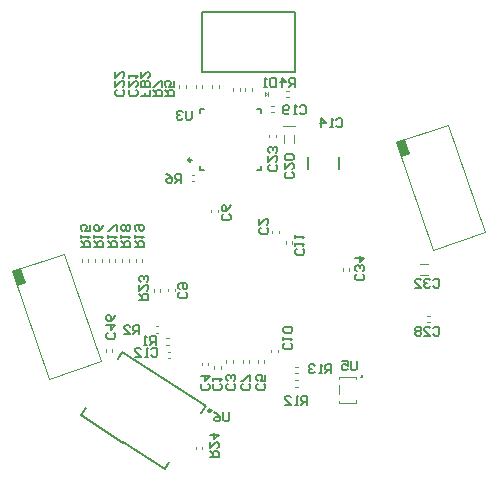
<source format=gbo>
%FSLAX24Y24*%
%MOIN*%
G70*
G01*
G75*
G04 Layer_Color=32896*
%ADD10C,0.0080*%
%ADD11R,0.0650X0.1122*%
%ADD12R,0.0354X0.0118*%
G04:AMPARAMS|DCode=13|XSize=29.9mil|YSize=50mil|CornerRadius=0mil|HoleSize=0mil|Usage=FLASHONLY|Rotation=327.000|XOffset=0mil|YOffset=0mil|HoleType=Round|Shape=Rectangle|*
%AMROTATEDRECTD13*
4,1,4,-0.0262,-0.0128,0.0011,0.0291,0.0262,0.0128,-0.0011,-0.0291,-0.0262,-0.0128,0.0*
%
%ADD13ROTATEDRECTD13*%

%ADD14R,0.2598X0.2598*%
%ADD15O,0.0354X0.0098*%
%ADD16O,0.0098X0.0354*%
%ADD17O,0.0098X0.0335*%
%ADD18O,0.0335X0.0098*%
%ADD19R,0.1417X0.1417*%
G04:AMPARAMS|DCode=20|XSize=50mil|YSize=100mil|CornerRadius=0mil|HoleSize=0mil|Usage=FLASHONLY|Rotation=56.000|XOffset=0mil|YOffset=0mil|HoleType=Round|Shape=Rectangle|*
%AMROTATEDRECTD20*
4,1,4,0.0275,-0.0487,-0.0554,0.0072,-0.0275,0.0487,0.0554,-0.0072,0.0275,-0.0487,0.0*
%
%ADD20ROTATEDRECTD20*%

%ADD21R,0.0276X0.0079*%
%ADD22R,0.0157X0.0236*%
%ADD23R,0.0591X0.1024*%
%ADD24R,0.0236X0.0157*%
%ADD25R,0.0138X0.0217*%
%ADD26R,0.0335X0.0118*%
%ADD27R,0.0197X0.0315*%
%ADD28R,0.0551X0.0453*%
%ADD29R,0.0197X0.0354*%
%ADD30R,0.0394X0.0197*%
%ADD31R,0.0374X0.0335*%
%ADD32R,0.2126X0.0374*%
%ADD33R,0.1378X0.0768*%
%ADD34R,0.0984X0.1260*%
G04:AMPARAMS|DCode=35|XSize=28.7mil|YSize=135mil|CornerRadius=0mil|HoleSize=0mil|Usage=FLASHONLY|Rotation=108.600|XOffset=0mil|YOffset=0mil|HoleType=Round|Shape=Rectangle|*
%AMROTATEDRECTD35*
4,1,4,0.0686,0.0079,-0.0594,-0.0352,-0.0686,-0.0079,0.0594,0.0352,0.0686,0.0079,0.0*
%
%ADD35ROTATEDRECTD35*%

%ADD36C,0.0130*%
%ADD37C,0.0060*%
%ADD38C,0.0200*%
%ADD39C,0.0100*%
%ADD40C,0.0300*%
%ADD41C,0.0123*%
%ADD42C,0.0630*%
%ADD43R,0.0591X0.0591*%
%ADD44C,0.0591*%
%ADD45C,0.0217*%
%ADD46C,0.0315*%
%ADD47C,0.0200*%
%ADD48C,0.0400*%
%ADD49C,0.0300*%
%ADD50C,0.0220*%
%ADD51R,0.0354X0.0157*%
%ADD52O,0.0315X0.0098*%
%ADD53O,0.0098X0.0315*%
%ADD54R,0.1299X0.1299*%
G04:AMPARAMS|DCode=55|XSize=189mil|YSize=236.2mil|CornerRadius=0mil|HoleSize=0mil|Usage=FLASHONLY|Rotation=237.000|XOffset=0mil|YOffset=0mil|HoleType=Round|Shape=Rectangle|*
%AMROTATEDRECTD55*
4,1,4,-0.0476,0.1436,0.1505,0.0149,0.0476,-0.1436,-0.1505,-0.0149,-0.0476,0.1436,0.0*
%
%ADD55ROTATEDRECTD55*%

G04:AMPARAMS|DCode=56|XSize=15.7mil|YSize=31.5mil|CornerRadius=0mil|HoleSize=0mil|Usage=FLASHONLY|Rotation=237.000|XOffset=0mil|YOffset=0mil|HoleType=Round|Shape=Round|*
%AMOVALD56*
21,1,0.0157,0.0157,0.0000,0.0000,327.0*
1,1,0.0157,-0.0066,0.0043*
1,1,0.0157,0.0066,-0.0043*
%
%ADD56OVALD56*%

%ADD57R,0.1102X0.0492*%
%ADD58R,0.0157X0.0532*%
%ADD59R,0.0748X0.0630*%
%ADD60R,0.0630X0.0551*%
%ADD61R,0.0354X0.0197*%
%ADD62C,0.0150*%
%ADD63C,0.0098*%
%ADD64C,0.0039*%
%ADD65C,0.0079*%
%ADD66C,0.0050*%
%ADD67R,0.0433X0.0551*%
G04:AMPARAMS|DCode=68|XSize=54mil|YSize=31.5mil|CornerRadius=0mil|HoleSize=0mil|Usage=FLASHONLY|Rotation=108.600|XOffset=0mil|YOffset=0mil|HoleType=Round|Shape=Rectangle|*
%AMROTATEDRECTD68*
4,1,4,0.0236,-0.0205,-0.0063,-0.0306,-0.0236,0.0205,0.0063,0.0306,0.0236,-0.0205,0.0*
%
%ADD68ROTATEDRECTD68*%

%ADD69R,0.0710X0.1182*%
%ADD70R,0.0414X0.0178*%
G04:AMPARAMS|DCode=71|XSize=35.9mil|YSize=56mil|CornerRadius=0mil|HoleSize=0mil|Usage=FLASHONLY|Rotation=327.000|XOffset=0mil|YOffset=0mil|HoleType=Round|Shape=Rectangle|*
%AMROTATEDRECTD71*
4,1,4,-0.0303,-0.0137,0.0002,0.0333,0.0303,0.0137,-0.0002,-0.0333,-0.0303,-0.0137,0.0*
%
%ADD71ROTATEDRECTD71*%

%ADD72R,0.2658X0.2658*%
%ADD73O,0.0414X0.0158*%
%ADD74O,0.0158X0.0414*%
%ADD75O,0.0158X0.0395*%
%ADD76O,0.0395X0.0158*%
%ADD77R,0.1477X0.1477*%
G04:AMPARAMS|DCode=78|XSize=56mil|YSize=106mil|CornerRadius=0mil|HoleSize=0mil|Usage=FLASHONLY|Rotation=56.000|XOffset=0mil|YOffset=0mil|HoleType=Round|Shape=Rectangle|*
%AMROTATEDRECTD78*
4,1,4,0.0283,-0.0529,-0.0596,0.0064,-0.0283,0.0529,0.0596,-0.0064,0.0283,-0.0529,0.0*
%
%ADD78ROTATEDRECTD78*%

%ADD79R,0.0336X0.0139*%
%ADD80R,0.0217X0.0296*%
%ADD81R,0.0651X0.1084*%
%ADD82R,0.0296X0.0217*%
%ADD83R,0.0198X0.0277*%
%ADD84R,0.0395X0.0178*%
%ADD85R,0.0257X0.0375*%
%ADD86R,0.0611X0.0513*%
%ADD87R,0.0257X0.0414*%
%ADD88R,0.0454X0.0257*%
%ADD89R,0.0434X0.0395*%
%ADD90R,0.2186X0.0434*%
%ADD91R,0.1438X0.0828*%
%ADD92R,0.1044X0.1320*%
G04:AMPARAMS|DCode=93|XSize=34.7mil|YSize=141mil|CornerRadius=0mil|HoleSize=0mil|Usage=FLASHONLY|Rotation=108.600|XOffset=0mil|YOffset=0mil|HoleType=Round|Shape=Rectangle|*
%AMROTATEDRECTD93*
4,1,4,0.0724,0.0060,-0.0613,-0.0390,-0.0724,-0.0060,0.0613,0.0390,0.0724,0.0060,0.0*
%
%ADD93ROTATEDRECTD93*%

%ADD94C,0.0690*%
%ADD95R,0.0651X0.0651*%
%ADD96C,0.0651*%
%ADD97C,0.0297*%
%ADD98C,0.0160*%
%ADD99O,0.0375X0.0158*%
%ADD100O,0.0158X0.0375*%
%ADD101R,0.1359X0.1359*%
G04:AMPARAMS|DCode=102|XSize=195mil|YSize=242.2mil|CornerRadius=0mil|HoleSize=0mil|Usage=FLASHONLY|Rotation=237.000|XOffset=0mil|YOffset=0mil|HoleType=Round|Shape=Rectangle|*
%AMROTATEDRECTD102*
4,1,4,-0.0485,0.1477,0.1547,0.0158,0.0485,-0.1477,-0.1547,-0.0158,-0.0485,0.1477,0.0*
%
%ADD102ROTATEDRECTD102*%

G04:AMPARAMS|DCode=103|XSize=21.7mil|YSize=37.5mil|CornerRadius=0mil|HoleSize=0mil|Usage=FLASHONLY|Rotation=237.000|XOffset=0mil|YOffset=0mil|HoleType=Round|Shape=Round|*
%AMOVALD103*
21,1,0.0157,0.0217,0.0000,0.0000,327.0*
1,1,0.0217,-0.0066,0.0043*
1,1,0.0217,0.0066,-0.0043*
%
%ADD103OVALD103*%

%ADD104R,0.1162X0.0552*%
%ADD105R,0.0236X0.0610*%
%ADD106R,0.0827X0.0709*%
%ADD107R,0.0709X0.0630*%
%ADD108R,0.0414X0.0257*%
%ADD109C,0.0395*%
D39*
X3785Y-4157D02*
G03*
X3785Y-4157I-22J0D01*
G01*
D63*
X-1909Y3051D02*
G03*
X-1909Y3051I-49J0D01*
G01*
X-1245Y-5301D02*
G03*
X-1245Y-5301I-49J0D01*
G01*
D64*
X3576Y-5033D02*
Y-4954D01*
X3024Y-5033D02*
X3576D01*
X3024D02*
Y-4964D01*
X3576Y-4246D02*
Y-4167D01*
X3024D02*
X3576D01*
X3024Y-4236D02*
Y-4167D01*
Y-4748D02*
Y-4452D01*
X5961Y-2358D02*
X6039D01*
X5961Y-2142D02*
X6039D01*
X760Y-3357D02*
Y-3278D01*
X977Y-3357D02*
Y-3278D01*
X310Y-3707D02*
Y-3628D01*
X527Y-3707D02*
Y-3628D01*
X-190Y-3707D02*
Y-3628D01*
X27Y-3707D02*
Y-3628D01*
X-740Y-3707D02*
Y-3628D01*
X-523Y-3707D02*
Y-3628D01*
X-1140Y-3907D02*
Y-3828D01*
X-923Y-3907D02*
Y-3828D01*
X-1558Y-3789D02*
Y-3711D01*
X-1342Y-3789D02*
Y-3711D01*
X-2689Y-3558D02*
X-2611D01*
X-2689Y-3342D02*
X-2611D01*
X-2739Y-2892D02*
X-2661D01*
X-2739Y-3108D02*
X-2661D01*
X-3089Y-2492D02*
X-3011D01*
X-3089Y-2708D02*
X-3011D01*
X-3158Y-1339D02*
Y-1261D01*
X-2942Y-1339D02*
Y-1261D01*
X-2452Y-1319D02*
Y-1241D01*
X-2668Y-1319D02*
Y-1241D01*
X-3758Y-339D02*
Y-261D01*
X-3542Y-339D02*
Y-261D01*
X-4208Y-339D02*
Y-261D01*
X-3992Y-339D02*
Y-261D01*
X-4658Y-339D02*
Y-261D01*
X-4442Y-339D02*
Y-261D01*
X-5108Y-339D02*
Y-261D01*
X-4892Y-339D02*
Y-261D01*
X-5558Y-339D02*
Y-261D01*
X-5342Y-339D02*
Y-261D01*
X-1022Y1311D02*
Y1389D01*
X-1238Y1311D02*
Y1389D01*
X1561Y-4508D02*
X1639D01*
X1561Y-4292D02*
X1639D01*
X1561Y-4058D02*
X1639D01*
X1561Y-3842D02*
X1639D01*
X-1889Y2558D02*
X-1811D01*
X-1889Y2342D02*
X-1811D01*
X1150Y4200D02*
X1550D01*
X1183Y3612D02*
Y3888D01*
X1527Y3612D02*
Y3888D01*
X692Y3811D02*
Y3889D01*
X908Y3811D02*
Y3889D01*
X761Y4642D02*
X839D01*
X761Y4858D02*
X839D01*
X1261Y5142D02*
X1339D01*
X1261Y5358D02*
X1339D01*
X649Y5181D02*
Y5319D01*
X551Y5181D02*
X620Y5250D01*
X551Y5319D02*
X620Y5250D01*
X551Y5181D02*
Y5319D01*
X-2092Y5461D02*
Y5539D01*
X-2308Y5461D02*
Y5539D01*
X-1542Y5461D02*
Y5539D01*
X-1758Y5461D02*
Y5539D01*
X-1208Y5461D02*
Y5539D01*
X-992Y5461D02*
Y5539D01*
X108Y5361D02*
Y5439D01*
X-108Y5361D02*
Y5439D01*
X-292Y5361D02*
Y5439D01*
X-508Y5361D02*
Y5439D01*
X3358Y-639D02*
Y-561D01*
X3142Y-639D02*
Y-561D01*
X5712Y-767D02*
X5988D01*
X5712Y-423D02*
X5988D01*
X-4542Y-3339D02*
Y-3261D01*
X-4758Y-3339D02*
Y-3261D01*
X-1542Y-6589D02*
Y-6511D01*
X-1758Y-6589D02*
Y-6511D01*
X1458Y261D02*
Y339D01*
X1242Y261D02*
Y339D01*
X1008Y611D02*
Y689D01*
X792Y611D02*
Y689D01*
X4930Y3649D02*
X6135Y67D01*
X7870Y651D01*
X6665Y4233D02*
X7870Y651D01*
X4930Y3649D02*
X6665Y4233D01*
X-7870Y-651D02*
X-6135Y-67D01*
X-4930Y-3649D01*
X-6665Y-4233D02*
X-4930Y-3649D01*
X-7870Y-651D02*
X-6665Y-4233D01*
D65*
X296Y2716D02*
X424D01*
Y2844D01*
X296Y4764D02*
X424D01*
Y4636D02*
Y4764D01*
X-1624D02*
X-1496D01*
X-1624Y4636D02*
Y4764D01*
Y2716D02*
X-1496D01*
X-1624D02*
Y2844D01*
X-1576Y-5373D02*
X-1427Y-5144D01*
X-2825Y-4236D02*
X-1427Y-5144D01*
X-2799Y-7257D02*
X-2650Y-7028D01*
X-4198Y-6349D02*
X-2799Y-7257D01*
X-5573Y-5456D02*
X-4175Y-6364D01*
X-5573Y-5456D02*
X-5424Y-5227D01*
X-4350Y-3572D02*
X-4201Y-3343D01*
X-2802Y-4251D01*
X3022Y2753D02*
Y3147D01*
X1998Y2753D02*
Y3147D01*
D66*
X-1555Y5993D02*
X-1545Y5983D01*
X1555D01*
X-1555Y5993D02*
Y7971D01*
X1555Y5983D02*
Y7971D01*
X-1555D02*
X1555D01*
X-950Y-4400D02*
X-900Y-4450D01*
Y-4550D01*
X-950Y-4600D01*
X-1150D01*
X-1200Y-4550D01*
Y-4450D01*
X-1150Y-4400D01*
X-1200Y-4300D02*
Y-4200D01*
Y-4250D01*
X-900D01*
X-950Y-4300D01*
X600Y800D02*
X650Y750D01*
Y650D01*
X600Y600D01*
X400D01*
X350Y650D01*
Y750D01*
X400Y800D01*
X350Y1100D02*
Y900D01*
X550Y1100D01*
X600D01*
X650Y1050D01*
Y950D01*
X600Y900D01*
X-500Y-4400D02*
X-450Y-4450D01*
Y-4550D01*
X-500Y-4600D01*
X-700D01*
X-750Y-4550D01*
Y-4450D01*
X-700Y-4400D01*
X-500Y-4300D02*
X-450Y-4250D01*
Y-4150D01*
X-500Y-4100D01*
X-550D01*
X-600Y-4150D01*
Y-4200D01*
Y-4150D01*
X-650Y-4100D01*
X-700D01*
X-750Y-4150D01*
Y-4250D01*
X-700Y-4300D01*
X-1350Y-4400D02*
X-1300Y-4450D01*
Y-4550D01*
X-1350Y-4600D01*
X-1550D01*
X-1600Y-4550D01*
Y-4450D01*
X-1550Y-4400D01*
X-1600Y-4150D02*
X-1300D01*
X-1450Y-4300D01*
Y-4100D01*
X500Y-4400D02*
X550Y-4450D01*
Y-4550D01*
X500Y-4600D01*
X300D01*
X250Y-4550D01*
Y-4450D01*
X300Y-4400D01*
X550Y-4100D02*
Y-4300D01*
X400D01*
X450Y-4200D01*
Y-4150D01*
X400Y-4100D01*
X300D01*
X250Y-4150D01*
Y-4250D01*
X300Y-4300D01*
X-650Y1250D02*
X-600Y1200D01*
Y1100D01*
X-650Y1050D01*
X-850D01*
X-900Y1100D01*
Y1200D01*
X-850Y1250D01*
X-600Y1550D02*
X-650Y1450D01*
X-750Y1350D01*
X-850D01*
X-900Y1400D01*
Y1500D01*
X-850Y1550D01*
X-800D01*
X-750Y1500D01*
Y1350D01*
X-0Y-4400D02*
X50Y-4450D01*
Y-4550D01*
X-0Y-4600D01*
X-200D01*
X-250Y-4550D01*
Y-4450D01*
X-200Y-4400D01*
X50Y-4300D02*
Y-4100D01*
X-0D01*
X-200Y-4300D01*
X-250D01*
X-2100Y-1350D02*
X-2050Y-1400D01*
Y-1500D01*
X-2100Y-1550D01*
X-2300D01*
X-2350Y-1500D01*
Y-1400D01*
X-2300Y-1350D01*
Y-1250D02*
X-2350Y-1200D01*
Y-1100D01*
X-2300Y-1050D01*
X-2100D01*
X-2050Y-1100D01*
Y-1200D01*
X-2100Y-1250D01*
X-2150D01*
X-2200Y-1200D01*
Y-1050D01*
X1400Y-3050D02*
X1450Y-3100D01*
Y-3200D01*
X1400Y-3250D01*
X1200D01*
X1150Y-3200D01*
Y-3100D01*
X1200Y-3050D01*
X1150Y-2950D02*
Y-2850D01*
Y-2900D01*
X1450D01*
X1400Y-2950D01*
Y-2700D02*
X1450Y-2650D01*
Y-2550D01*
X1400Y-2500D01*
X1200D01*
X1150Y-2550D01*
Y-2650D01*
X1200Y-2700D01*
X1400D01*
X1800Y100D02*
X1850Y50D01*
Y-50D01*
X1800Y-100D01*
X1600D01*
X1550Y-50D01*
Y50D01*
X1600Y100D01*
X1550Y200D02*
Y300D01*
Y250D01*
X1850D01*
X1800Y200D01*
X1550Y450D02*
Y550D01*
Y500D01*
X1850D01*
X1800Y450D01*
X-3250Y-3250D02*
X-3200Y-3200D01*
X-3100D01*
X-3050Y-3250D01*
Y-3450D01*
X-3100Y-3500D01*
X-3200D01*
X-3250Y-3450D01*
X-3350Y-3500D02*
X-3450D01*
X-3400D01*
Y-3200D01*
X-3350Y-3250D01*
X-3800Y-3500D02*
X-3600D01*
X-3800Y-3300D01*
Y-3250D01*
X-3750Y-3200D01*
X-3650D01*
X-3600Y-3250D01*
X2920Y4400D02*
X2970Y4450D01*
X3070D01*
X3120Y4400D01*
Y4200D01*
X3070Y4150D01*
X2970D01*
X2920Y4200D01*
X2820Y4150D02*
X2720D01*
X2770D01*
Y4450D01*
X2820Y4400D01*
X2420Y4150D02*
Y4450D01*
X2570Y4300D01*
X2370D01*
X1702Y4828D02*
X1752Y4878D01*
X1852D01*
X1902Y4828D01*
Y4628D01*
X1852Y4578D01*
X1752D01*
X1702Y4628D01*
X1602Y4578D02*
X1502D01*
X1552D01*
Y4878D01*
X1602Y4828D01*
X1352Y4628D02*
X1302Y4578D01*
X1202D01*
X1152Y4628D01*
Y4828D01*
X1202Y4878D01*
X1302D01*
X1352Y4828D01*
Y4778D01*
X1302Y4728D01*
X1152D01*
X1450Y2650D02*
X1500Y2600D01*
Y2500D01*
X1450Y2450D01*
X1250D01*
X1200Y2500D01*
Y2600D01*
X1250Y2650D01*
X1200Y2950D02*
Y2750D01*
X1400Y2950D01*
X1450D01*
X1500Y2900D01*
Y2800D01*
X1450Y2750D01*
Y3050D02*
X1500Y3100D01*
Y3200D01*
X1450Y3250D01*
X1250D01*
X1200Y3200D01*
Y3100D01*
X1250Y3050D01*
X1450D01*
X-3750Y5400D02*
X-3700Y5350D01*
Y5250D01*
X-3750Y5200D01*
X-3950D01*
X-4000Y5250D01*
Y5350D01*
X-3950Y5400D01*
X-4000Y5700D02*
Y5500D01*
X-3800Y5700D01*
X-3750D01*
X-3700Y5650D01*
Y5550D01*
X-3750Y5500D01*
X-4000Y5800D02*
Y5900D01*
Y5850D01*
X-3700D01*
X-3750Y5800D01*
X-4200Y5400D02*
X-4150Y5350D01*
Y5250D01*
X-4200Y5200D01*
X-4400D01*
X-4450Y5250D01*
Y5350D01*
X-4400Y5400D01*
X-4450Y5700D02*
Y5500D01*
X-4250Y5700D01*
X-4200D01*
X-4150Y5650D01*
Y5550D01*
X-4200Y5500D01*
X-4450Y6000D02*
Y5800D01*
X-4250Y6000D01*
X-4200D01*
X-4150Y5950D01*
Y5850D01*
X-4200Y5800D01*
X900Y2900D02*
X950Y2850D01*
Y2750D01*
X900Y2700D01*
X700D01*
X650Y2750D01*
Y2850D01*
X700Y2900D01*
X650Y3200D02*
Y3000D01*
X850Y3200D01*
X900D01*
X950Y3150D01*
Y3050D01*
X900Y3000D01*
Y3300D02*
X950Y3350D01*
Y3450D01*
X900Y3500D01*
X850D01*
X800Y3450D01*
Y3400D01*
Y3450D01*
X750Y3500D01*
X700D01*
X650Y3450D01*
Y3350D01*
X700Y3300D01*
X6150Y-2550D02*
X6200Y-2500D01*
X6300D01*
X6350Y-2550D01*
Y-2750D01*
X6300Y-2800D01*
X6200D01*
X6150Y-2750D01*
X5850Y-2800D02*
X6050D01*
X5850Y-2600D01*
Y-2550D01*
X5900Y-2500D01*
X6000D01*
X6050Y-2550D01*
X5750D02*
X5700Y-2500D01*
X5600D01*
X5550Y-2550D01*
Y-2600D01*
X5600Y-2650D01*
X5550Y-2700D01*
Y-2750D01*
X5600Y-2800D01*
X5700D01*
X5750Y-2750D01*
Y-2700D01*
X5700Y-2650D01*
X5750Y-2600D01*
Y-2550D01*
X5700Y-2650D02*
X5600D01*
X6150Y-950D02*
X6200Y-900D01*
X6300D01*
X6350Y-950D01*
Y-1150D01*
X6300Y-1200D01*
X6200D01*
X6150Y-1150D01*
X6050Y-950D02*
X6000Y-900D01*
X5900D01*
X5850Y-950D01*
Y-1000D01*
X5900Y-1050D01*
X5950D01*
X5900D01*
X5850Y-1100D01*
Y-1150D01*
X5900Y-1200D01*
X6000D01*
X6050Y-1150D01*
X5550Y-1200D02*
X5750D01*
X5550Y-1000D01*
Y-950D01*
X5600Y-900D01*
X5700D01*
X5750Y-950D01*
X3800Y-750D02*
X3850Y-800D01*
Y-900D01*
X3800Y-950D01*
X3600D01*
X3550Y-900D01*
Y-800D01*
X3600Y-750D01*
X3800Y-650D02*
X3850Y-600D01*
Y-500D01*
X3800Y-450D01*
X3750D01*
X3700Y-500D01*
Y-550D01*
Y-500D01*
X3650Y-450D01*
X3600D01*
X3550Y-500D01*
Y-600D01*
X3600Y-650D01*
X3550Y-200D02*
X3850D01*
X3700Y-350D01*
Y-150D01*
X-4500Y-2700D02*
X-4450Y-2750D01*
Y-2850D01*
X-4500Y-2900D01*
X-4700D01*
X-4750Y-2850D01*
Y-2750D01*
X-4700Y-2700D01*
X-4750Y-2450D02*
X-4450D01*
X-4600Y-2600D01*
Y-2400D01*
X-4450Y-2100D02*
X-4500Y-2200D01*
X-4600Y-2300D01*
X-4700D01*
X-4750Y-2250D01*
Y-2150D01*
X-4700Y-2100D01*
X-4650D01*
X-4600Y-2150D01*
Y-2300D01*
X900Y5800D02*
Y5500D01*
X750D01*
X700Y5550D01*
Y5750D01*
X750Y5800D01*
X900D01*
X600Y5500D02*
X500D01*
X550D01*
Y5800D01*
X600Y5750D01*
X-3300Y5400D02*
Y5200D01*
X-3450D01*
Y5300D01*
Y5200D01*
X-3600D01*
X-3300Y5500D02*
X-3600D01*
Y5650D01*
X-3550Y5700D01*
X-3500D01*
X-3450Y5650D01*
Y5500D01*
Y5650D01*
X-3400Y5700D01*
X-3350D01*
X-3300Y5650D01*
Y5500D01*
X-3600Y6000D02*
Y5800D01*
X-3400Y6000D01*
X-3350D01*
X-3300Y5950D01*
Y5850D01*
X-3350Y5800D01*
X-3100Y-3100D02*
Y-2800D01*
X-3250D01*
X-3300Y-2850D01*
Y-2950D01*
X-3250Y-3000D01*
X-3100D01*
X-3200D02*
X-3300Y-3100D01*
X-3400D02*
X-3500D01*
X-3450D01*
Y-2800D01*
X-3400Y-2850D01*
X-3650Y-2750D02*
Y-2450D01*
X-3800D01*
X-3850Y-2500D01*
Y-2600D01*
X-3800Y-2650D01*
X-3650D01*
X-3750D02*
X-3850Y-2750D01*
X-4150D02*
X-3950D01*
X-4150Y-2550D01*
Y-2500D01*
X-4100Y-2450D01*
X-4000D01*
X-3950Y-2500D01*
X1550Y5500D02*
Y5800D01*
X1400D01*
X1350Y5750D01*
Y5650D01*
X1400Y5600D01*
X1550D01*
X1450D02*
X1350Y5500D01*
X1100D02*
Y5800D01*
X1250Y5650D01*
X1050D01*
X-2800Y5200D02*
X-2500D01*
Y5350D01*
X-2550Y5400D01*
X-2650D01*
X-2700Y5350D01*
Y5200D01*
Y5300D02*
X-2800Y5400D01*
X-2500Y5700D02*
Y5500D01*
X-2650D01*
X-2600Y5600D01*
Y5650D01*
X-2650Y5700D01*
X-2750D01*
X-2800Y5650D01*
Y5550D01*
X-2750Y5500D01*
X-2250Y2300D02*
Y2600D01*
X-2400D01*
X-2450Y2550D01*
Y2450D01*
X-2400Y2400D01*
X-2250D01*
X-2350D02*
X-2450Y2300D01*
X-2750Y2600D02*
X-2650Y2550D01*
X-2550Y2450D01*
Y2350D01*
X-2600Y2300D01*
X-2700D01*
X-2750Y2350D01*
Y2400D01*
X-2700Y2450D01*
X-2550D01*
X-3200Y5200D02*
X-2900D01*
Y5350D01*
X-2950Y5400D01*
X-3050D01*
X-3100Y5350D01*
Y5200D01*
Y5300D02*
X-3200Y5400D01*
X-2900Y5500D02*
Y5700D01*
X-2950D01*
X-3150Y5500D01*
X-3200D01*
X1950Y-5100D02*
Y-4800D01*
X1800D01*
X1750Y-4850D01*
Y-4950D01*
X1800Y-5000D01*
X1950D01*
X1850D02*
X1750Y-5100D01*
X1650D02*
X1550D01*
X1600D01*
Y-4800D01*
X1650Y-4850D01*
X1200Y-5100D02*
X1400D01*
X1200Y-4900D01*
Y-4850D01*
X1250Y-4800D01*
X1350D01*
X1400Y-4850D01*
X2750Y-4050D02*
Y-3750D01*
X2600D01*
X2550Y-3800D01*
Y-3900D01*
X2600Y-3950D01*
X2750D01*
X2650D02*
X2550Y-4050D01*
X2450D02*
X2350D01*
X2400D01*
Y-3750D01*
X2450Y-3800D01*
X2200D02*
X2150Y-3750D01*
X2050D01*
X2000Y-3800D01*
Y-3850D01*
X2050Y-3900D01*
X2100D01*
X2050D01*
X2000Y-3950D01*
Y-4000D01*
X2050Y-4050D01*
X2150D01*
X2200Y-4000D01*
X-5600Y150D02*
X-5300D01*
Y300D01*
X-5350Y350D01*
X-5450D01*
X-5500Y300D01*
Y150D01*
Y250D02*
X-5600Y350D01*
Y450D02*
Y550D01*
Y500D01*
X-5300D01*
X-5350Y450D01*
X-5300Y900D02*
Y700D01*
X-5450D01*
X-5400Y800D01*
Y850D01*
X-5450Y900D01*
X-5550D01*
X-5600Y850D01*
Y750D01*
X-5550Y700D01*
X-5150Y150D02*
X-4850D01*
Y300D01*
X-4900Y350D01*
X-5000D01*
X-5050Y300D01*
Y150D01*
Y250D02*
X-5150Y350D01*
Y450D02*
Y550D01*
Y500D01*
X-4850D01*
X-4900Y450D01*
X-4850Y900D02*
X-4900Y800D01*
X-5000Y700D01*
X-5100D01*
X-5150Y750D01*
Y850D01*
X-5100Y900D01*
X-5050D01*
X-5000Y850D01*
Y700D01*
X-4700Y150D02*
X-4400D01*
Y300D01*
X-4450Y350D01*
X-4550D01*
X-4600Y300D01*
Y150D01*
Y250D02*
X-4700Y350D01*
Y450D02*
Y550D01*
Y500D01*
X-4400D01*
X-4450Y450D01*
X-4400Y700D02*
Y900D01*
X-4450D01*
X-4650Y700D01*
X-4700D01*
X-4250Y150D02*
X-3950D01*
Y300D01*
X-4000Y350D01*
X-4100D01*
X-4150Y300D01*
Y150D01*
Y250D02*
X-4250Y350D01*
Y450D02*
Y550D01*
Y500D01*
X-3950D01*
X-4000Y450D01*
Y700D02*
X-3950Y750D01*
Y850D01*
X-4000Y900D01*
X-4050D01*
X-4100Y850D01*
X-4150Y900D01*
X-4200D01*
X-4250Y850D01*
Y750D01*
X-4200Y700D01*
X-4150D01*
X-4100Y750D01*
X-4050Y700D01*
X-4000D01*
X-4100Y750D02*
Y850D01*
X-3800Y150D02*
X-3500D01*
Y300D01*
X-3550Y350D01*
X-3650D01*
X-3700Y300D01*
Y150D01*
Y250D02*
X-3800Y350D01*
Y450D02*
Y550D01*
Y500D01*
X-3500D01*
X-3550Y450D01*
X-3750Y700D02*
X-3800Y750D01*
Y850D01*
X-3750Y900D01*
X-3550D01*
X-3500Y850D01*
Y750D01*
X-3550Y700D01*
X-3600D01*
X-3650Y750D01*
Y900D01*
X-3650Y-1600D02*
X-3350D01*
Y-1450D01*
X-3400Y-1400D01*
X-3500D01*
X-3550Y-1450D01*
Y-1600D01*
Y-1500D02*
X-3650Y-1400D01*
Y-1100D02*
Y-1300D01*
X-3450Y-1100D01*
X-3400D01*
X-3350Y-1150D01*
Y-1250D01*
X-3400Y-1300D01*
Y-1000D02*
X-3350Y-950D01*
Y-850D01*
X-3400Y-800D01*
X-3450D01*
X-3500Y-850D01*
Y-900D01*
Y-850D01*
X-3550Y-800D01*
X-3600D01*
X-3650Y-850D01*
Y-950D01*
X-3600Y-1000D01*
X-1300Y-6850D02*
X-1000D01*
Y-6700D01*
X-1050Y-6650D01*
X-1150D01*
X-1200Y-6700D01*
Y-6850D01*
Y-6750D02*
X-1300Y-6650D01*
Y-6350D02*
Y-6550D01*
X-1100Y-6350D01*
X-1050D01*
X-1000Y-6400D01*
Y-6500D01*
X-1050Y-6550D01*
X-1300Y-6100D02*
X-1000D01*
X-1150Y-6250D01*
Y-6050D01*
X-1900Y4700D02*
Y4450D01*
X-1950Y4400D01*
X-2050D01*
X-2100Y4450D01*
Y4700D01*
X-2200Y4650D02*
X-2250Y4700D01*
X-2350D01*
X-2400Y4650D01*
Y4600D01*
X-2350Y4550D01*
X-2300D01*
X-2350D01*
X-2400Y4500D01*
Y4450D01*
X-2350Y4400D01*
X-2250D01*
X-2200Y4450D01*
X3600Y-3650D02*
Y-3900D01*
X3550Y-3950D01*
X3450D01*
X3400Y-3900D01*
Y-3650D01*
X3100D02*
X3300D01*
Y-3800D01*
X3200Y-3750D01*
X3150D01*
X3100Y-3800D01*
Y-3900D01*
X3150Y-3950D01*
X3250D01*
X3300Y-3900D01*
X-650Y-5350D02*
Y-5600D01*
X-700Y-5650D01*
X-800D01*
X-850Y-5600D01*
Y-5350D01*
X-1150D02*
X-1050Y-5400D01*
X-950Y-5500D01*
Y-5600D01*
X-1000Y-5650D01*
X-1100D01*
X-1150Y-5600D01*
Y-5550D01*
X-1100Y-5500D01*
X-950D01*
D68*
X5165Y3444D02*
D03*
X-7635Y-856D02*
D03*
M02*

</source>
